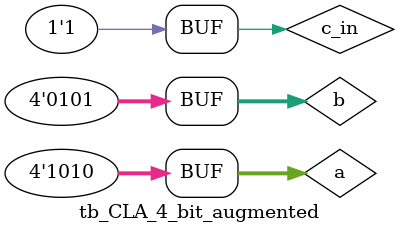
<source format=v>
`timescale 1ns / 1ps


/* 

    * Assignment - 3
    * Problem - 3.a
    * Semester - 5 (Autumn)
    * Group - 56
    * Group members - Utsav Mehta (20CS10069) and Vibhu (20CS10072)

*/

module tb_CLA_4_bit_augmented;

    // Inputs and Outputs
    reg [3:0] a, b;
    reg c_in;
    wire [3:0] sum;
    wire c_out, prop, gen;

    // Module Instantiations (Unit Under Test)
    CLA_4_bit_augmented tb_(.a(a), .b(b), .sum(sum), .c_in(c_in), .c_out(c_out), .prop(prop), .gen(gen));

    initial begin

        $monitor("Input_a = %b, Input_b = %b, Carry_in = %b, Sum = %b, Carry_out =  %b, Propagates = %d, Generates = %d", a, b, c_in, sum, c_out, prop, gen);

        // Input values initialization
        a = 4'b1111; b=4'b1100; c_in = 1;
        #50;
        a = 4'b0101; b=4'b0100; c_in = 0;
        #50;
        a = 4'b1011; b=4'b1001; c_in = 0;
        #50;
        a = 4'b1010; b=4'b0101; c_in = 1;

    end

endmodule


</source>
